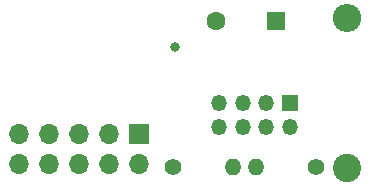
<source format=gbr>
%TF.GenerationSoftware,KiCad,Pcbnew,7.0.10*%
%TF.CreationDate,2024-01-05T17:35:28-06:00*%
%TF.ProjectId,USB-CV1,5553422d-4356-4312-9e6b-696361645f70,rev?*%
%TF.SameCoordinates,Original*%
%TF.FileFunction,Copper,L4,Bot*%
%TF.FilePolarity,Positive*%
%FSLAX46Y46*%
G04 Gerber Fmt 4.6, Leading zero omitted, Abs format (unit mm)*
G04 Created by KiCad (PCBNEW 7.0.10) date 2024-01-05 17:35:28*
%MOMM*%
%LPD*%
G01*
G04 APERTURE LIST*
%TA.AperFunction,ComponentPad*%
%ADD10R,1.700000X1.700000*%
%TD*%
%TA.AperFunction,ComponentPad*%
%ADD11O,1.700000X1.700000*%
%TD*%
%TA.AperFunction,ComponentPad*%
%ADD12C,1.400000*%
%TD*%
%TA.AperFunction,ComponentPad*%
%ADD13O,1.400000X1.400000*%
%TD*%
%TA.AperFunction,ComponentPad*%
%ADD14R,1.350000X1.350000*%
%TD*%
%TA.AperFunction,ComponentPad*%
%ADD15O,1.350000X1.350000*%
%TD*%
%TA.AperFunction,ComponentPad*%
%ADD16R,1.600000X1.600000*%
%TD*%
%TA.AperFunction,ComponentPad*%
%ADD17C,1.600000*%
%TD*%
%TA.AperFunction,ComponentPad*%
%ADD18C,2.400000*%
%TD*%
%TA.AperFunction,ComponentPad*%
%ADD19O,2.400000X2.400000*%
%TD*%
%TA.AperFunction,ViaPad*%
%ADD20C,0.800000*%
%TD*%
G04 APERTURE END LIST*
D10*
%TO.P,J2,1,Pin_1*%
%TO.N,/VBUS*%
X122070000Y-85510000D03*
D11*
%TO.P,J2,2,Pin_2*%
X122070000Y-88050000D03*
%TO.P,J2,3,Pin_3*%
%TO.N,/D2- OUT*%
X119530000Y-85510000D03*
%TO.P,J2,4,Pin_4*%
%TO.N,/D3- OUT*%
X119530000Y-88050000D03*
%TO.P,J2,5,Pin_5*%
%TO.N,/D2+ OUT*%
X116990000Y-85510000D03*
%TO.P,J2,6,Pin_6*%
%TO.N,/D3+ OUT*%
X116990000Y-88050000D03*
%TO.P,J2,7,Pin_7*%
%TO.N,GND*%
X114450000Y-85510000D03*
%TO.P,J2,8,Pin_8*%
X114450000Y-88050000D03*
%TO.P,J2,9,Pin_9*%
%TO.N,unconnected-(J2-Pin_9-Pad9)*%
X111910000Y-85510000D03*
%TO.P,J2,10,Pin_10*%
%TO.N,unconnected-(J2-Pin_10-Pad10)*%
X111910000Y-88050000D03*
%TD*%
D12*
%TO.P,R2,1*%
%TO.N,/OC3*%
X124960000Y-88320000D03*
D13*
%TO.P,R2,2*%
%TO.N,+5V*%
X130040000Y-88320000D03*
%TD*%
D14*
%TO.P,J1,1,Pin_1*%
%TO.N,+5V*%
X134850000Y-82880000D03*
D15*
%TO.P,J1,2,Pin_2*%
%TO.N,GND*%
X134850000Y-84880000D03*
%TO.P,J1,3,Pin_3*%
%TO.N,/D2- IN*%
X132850000Y-82880000D03*
%TO.P,J1,4,Pin_4*%
%TO.N,/D2+ IN*%
X132850000Y-84880000D03*
%TO.P,J1,5,Pin_5*%
%TO.N,/D3- IN*%
X130850000Y-82880000D03*
%TO.P,J1,6,Pin_6*%
%TO.N,/D3+ IN*%
X130850000Y-84880000D03*
%TO.P,J1,7,Pin_7*%
%TO.N,/OC2*%
X128850000Y-82880000D03*
%TO.P,J1,8,Pin_8*%
%TO.N,/OC3*%
X128850000Y-84880000D03*
%TD*%
D16*
%TO.P,C1,1*%
%TO.N,/VBUS*%
X133642651Y-75920000D03*
D17*
%TO.P,C1,2*%
%TO.N,GND*%
X128642651Y-75920000D03*
%TD*%
D12*
%TO.P,R1,1*%
%TO.N,+5V*%
X137090000Y-88300000D03*
D13*
%TO.P,R1,2*%
%TO.N,/OC2*%
X132010000Y-88300000D03*
%TD*%
D18*
%TO.P,FB1,1*%
%TO.N,+5V*%
X139690000Y-88410000D03*
D19*
%TO.P,FB1,2*%
%TO.N,Net-(F1-Pad2)*%
X139690000Y-75710000D03*
%TD*%
D20*
%TO.N,GND*%
X125160000Y-78110000D03*
%TD*%
M02*

</source>
